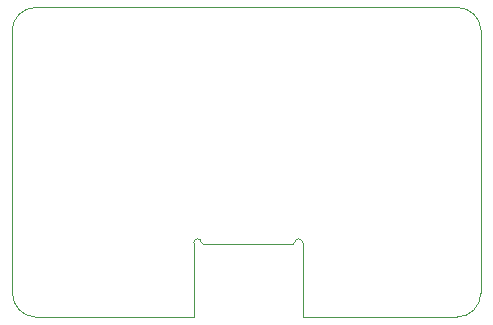
<source format=gbr>
%TF.GenerationSoftware,KiCad,Pcbnew,9.0.3*%
%TF.CreationDate,2025-07-29T21:31:59-06:00*%
%TF.ProjectId,AIOMeltyV3,41494f4d-656c-4747-9956-332e6b696361,rev?*%
%TF.SameCoordinates,Original*%
%TF.FileFunction,Profile,NP*%
%FSLAX46Y46*%
G04 Gerber Fmt 4.6, Leading zero omitted, Abs format (unit mm)*
G04 Created by KiCad (PCBNEW 9.0.3) date 2025-07-29 21:31:59*
%MOMM*%
%LPD*%
G01*
G04 APERTURE LIST*
%TA.AperFunction,Profile*%
%ADD10C,0.050000*%
%TD*%
%TA.AperFunction,Profile*%
%ADD11C,0.010000*%
%TD*%
G04 APERTURE END LIST*
D10*
X133264214Y-91850000D02*
G75*
G02*
X135264214Y-89850014I1999986J0D01*
G01*
X157870000Y-116037500D02*
X170950000Y-116050000D01*
X170969828Y-89847502D02*
G75*
G02*
X172969895Y-91749997I-28J-2002598D01*
G01*
X133298407Y-114050000D02*
X133264214Y-91850000D01*
X170969828Y-89847502D02*
X135264214Y-89850000D01*
X172950000Y-114050000D02*
G75*
G02*
X170950000Y-116050000I-2000000J0D01*
G01*
X135200905Y-116050000D02*
G75*
G02*
X133298402Y-114050000I99995J2000000D01*
G01*
X172969828Y-91750000D02*
X172950000Y-114050000D01*
X148630000Y-116037500D02*
X135200905Y-116050000D01*
D11*
%TO.C,J1*%
X148630000Y-109787500D02*
X148630000Y-116037500D01*
X157070000Y-109837500D02*
X149430000Y-109837500D01*
X157870000Y-116037500D02*
X157870000Y-109787500D01*
X148630000Y-109787500D02*
G75*
G02*
X148980000Y-109437500I350001J-1D01*
G01*
X148980000Y-109437500D02*
G75*
G02*
X149280000Y-109717500I10000J-290000D01*
G01*
X149430000Y-109837500D02*
G75*
G02*
X149280000Y-109717500I-15000J135000D01*
G01*
X157220000Y-109717500D02*
G75*
G02*
X157070000Y-109837500I-135000J15000D01*
G01*
X157220000Y-109717500D02*
G75*
G02*
X157520000Y-109437500I290000J-10000D01*
G01*
X157520000Y-109437500D02*
G75*
G02*
X157870000Y-109787500I0J-350000D01*
G01*
%TD*%
M02*

</source>
